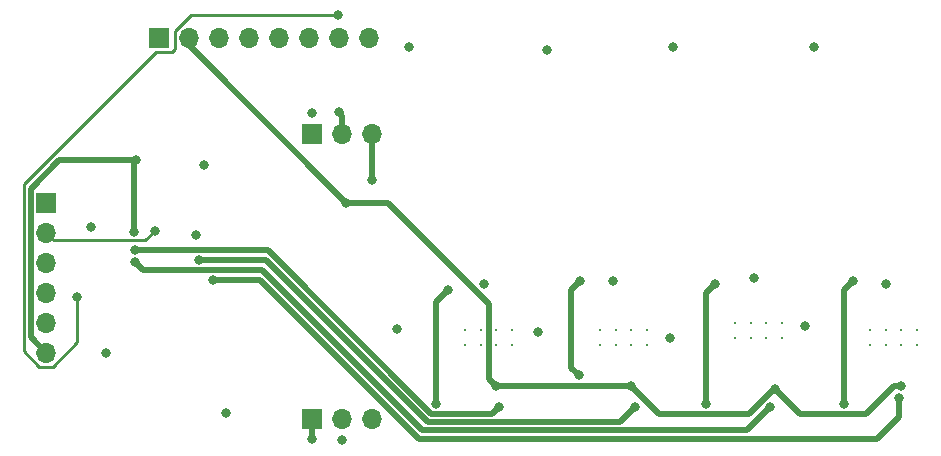
<source format=gbr>
%TF.GenerationSoftware,KiCad,Pcbnew,(5.1.6)-1*%
%TF.CreationDate,2020-09-27T21:03:48-07:00*%
%TF.ProjectId,piezodriver,7069657a-6f64-4726-9976-65722e6b6963,rev?*%
%TF.SameCoordinates,Original*%
%TF.FileFunction,Copper,L4,Bot*%
%TF.FilePolarity,Positive*%
%FSLAX46Y46*%
G04 Gerber Fmt 4.6, Leading zero omitted, Abs format (unit mm)*
G04 Created by KiCad (PCBNEW (5.1.6)-1) date 2020-09-27 21:03:48*
%MOMM*%
%LPD*%
G01*
G04 APERTURE LIST*
%TA.AperFunction,ComponentPad*%
%ADD10O,1.700000X1.700000*%
%TD*%
%TA.AperFunction,ComponentPad*%
%ADD11R,1.700000X1.700000*%
%TD*%
%TA.AperFunction,ComponentPad*%
%ADD12C,0.300000*%
%TD*%
%TA.AperFunction,ViaPad*%
%ADD13C,0.800000*%
%TD*%
%TA.AperFunction,Conductor*%
%ADD14C,0.500000*%
%TD*%
%TA.AperFunction,Conductor*%
%ADD15C,0.250000*%
%TD*%
G04 APERTURE END LIST*
D10*
%TO.P,J2,6*%
%TO.N,VCC*%
X173990000Y-81280000D03*
%TO.P,J2,5*%
%TO.N,GND*%
X173990000Y-78740000D03*
%TO.P,J2,4*%
%TO.N,Net-(J2-Pad4)*%
X173990000Y-76200000D03*
%TO.P,J2,3*%
%TO.N,Net-(J2-Pad3)*%
X173990000Y-73660000D03*
%TO.P,J2,2*%
%TO.N,Net-(J2-Pad2)*%
X173990000Y-71120000D03*
D11*
%TO.P,J2,1*%
%TO.N,Net-(J2-Pad1)*%
X173990000Y-68580000D03*
%TD*%
D12*
%TO.P,U6,17*%
%TO.N,N/C*%
X247695000Y-79360000D03*
%TO.P,U6,16*%
X247695000Y-80660000D03*
%TO.P,U6,15*%
X246395000Y-79360000D03*
%TO.P,U6,14*%
X246395000Y-80660000D03*
%TO.P,U6,13*%
X245095000Y-79360000D03*
%TO.P,U6,12*%
X245095000Y-80660000D03*
%TO.P,U6,11*%
X243795000Y-79360000D03*
%TO.P,U6,10*%
X243795000Y-80660000D03*
%TD*%
%TO.P,U5,17*%
%TO.N,N/C*%
X236265000Y-78725000D03*
%TO.P,U5,16*%
X236265000Y-80025000D03*
%TO.P,U5,15*%
X234965000Y-78725000D03*
%TO.P,U5,14*%
X234965000Y-80025000D03*
%TO.P,U5,13*%
X233665000Y-78725000D03*
%TO.P,U5,12*%
X233665000Y-80025000D03*
%TO.P,U5,11*%
X232365000Y-78725000D03*
%TO.P,U5,10*%
X232365000Y-80025000D03*
%TD*%
%TO.P,U4,17*%
%TO.N,N/C*%
X224835000Y-79360000D03*
%TO.P,U4,16*%
X224835000Y-80660000D03*
%TO.P,U4,15*%
X223535000Y-79360000D03*
%TO.P,U4,14*%
X223535000Y-80660000D03*
%TO.P,U4,13*%
X222235000Y-79360000D03*
%TO.P,U4,12*%
X222235000Y-80660000D03*
%TO.P,U4,11*%
X220935000Y-79360000D03*
%TO.P,U4,10*%
X220935000Y-80660000D03*
%TD*%
%TO.P,U3,17*%
%TO.N,N/C*%
X213405000Y-79360000D03*
%TO.P,U3,16*%
X213405000Y-80660000D03*
%TO.P,U3,15*%
X212105000Y-79360000D03*
%TO.P,U3,14*%
X212105000Y-80660000D03*
%TO.P,U3,13*%
X210805000Y-79360000D03*
%TO.P,U3,12*%
X210805000Y-80660000D03*
%TO.P,U3,11*%
X209505000Y-79360000D03*
%TO.P,U3,10*%
X209505000Y-80660000D03*
%TD*%
D10*
%TO.P,J4,8*%
%TO.N,/CH8*%
X201295000Y-54610000D03*
%TO.P,J4,7*%
%TO.N,/CH7*%
X198755000Y-54610000D03*
%TO.P,J4,6*%
%TO.N,/CH6*%
X196215000Y-54610000D03*
%TO.P,J4,5*%
%TO.N,/CH5*%
X193675000Y-54610000D03*
%TO.P,J4,4*%
%TO.N,-VDC*%
X191135000Y-54610000D03*
%TO.P,J4,3*%
%TO.N,+VDC*%
X188595000Y-54610000D03*
%TO.P,J4,2*%
%TO.N,/opampdriver/BIAS*%
X186055000Y-54610000D03*
D11*
%TO.P,J4,1*%
%TO.N,GND*%
X183515000Y-54610000D03*
%TD*%
D10*
%TO.P,J3,3*%
%TO.N,-VDC*%
X201617580Y-86847680D03*
%TO.P,J3,2*%
%TO.N,GND*%
X199077580Y-86847680D03*
D11*
%TO.P,J3,1*%
%TO.N,+VDC*%
X196537580Y-86847680D03*
%TD*%
D10*
%TO.P,J1,3*%
%TO.N,-VDC*%
X201617580Y-62717680D03*
%TO.P,J1,2*%
%TO.N,GND*%
X199077580Y-62717680D03*
D11*
%TO.P,J1,1*%
%TO.N,+VDC*%
X196537580Y-62717680D03*
%TD*%
D13*
%TO.N,VCC*%
X181610000Y-64947800D03*
X181406800Y-71043800D03*
%TO.N,Net-(C4-Pad2)*%
X207010000Y-85598000D03*
X208026000Y-75946000D03*
%TO.N,Net-(C5-Pad2)*%
X219202000Y-75184000D03*
X219075000Y-83185000D03*
%TO.N,Net-(C6-Pad2)*%
X229870000Y-85598000D03*
X230632000Y-75438000D03*
%TO.N,Net-(C7-Pad2)*%
X241554000Y-85598000D03*
X242316000Y-75184000D03*
%TO.N,-VDC*%
X201599800Y-66624200D03*
%TO.N,GND*%
X204724000Y-55372000D03*
X216408000Y-55626000D03*
X227076000Y-55372000D03*
X239014000Y-55372000D03*
X199085200Y-88696800D03*
X198794797Y-60920203D03*
X179070000Y-81280000D03*
X189230000Y-86360000D03*
X187325000Y-65405000D03*
X186695125Y-71314306D03*
X177800000Y-70612000D03*
%TO.N,+VDC*%
X203708000Y-79248000D03*
X215646000Y-79502000D03*
X211074000Y-75438000D03*
X221996000Y-75184000D03*
X226822000Y-80010000D03*
X233934000Y-74930000D03*
X238252000Y-78994000D03*
X245110000Y-75438000D03*
X196545200Y-60985400D03*
X196545200Y-88544400D03*
%TO.N,Net-(J2-Pad2)*%
X183184800Y-70993000D03*
%TO.N,/CH7*%
X176632291Y-76530891D03*
X198704200Y-52679600D03*
%TO.N,/opampdriver/SIG*%
X181533800Y-72593200D03*
X212344000Y-85852000D03*
%TO.N,/sheet5F77FFF0/SIG*%
X186969400Y-73443200D03*
X223850200Y-85898010D03*
%TO.N,/sheet5F78069E/SIG*%
X181508400Y-73609200D03*
X235280200Y-85898010D03*
%TO.N,/sheet5F780C4A/SIG*%
X188163200Y-75143201D03*
X246170642Y-85109242D03*
%TO.N,/opampdriver/BIAS*%
X235712000Y-84328000D03*
X246380000Y-84074000D03*
X223520000Y-84074000D03*
X212090000Y-84074000D03*
X199390000Y-68580000D03*
%TD*%
D14*
%TO.N,VCC*%
X172689999Y-67369999D02*
X172689999Y-79979999D01*
X175112198Y-64947800D02*
X172689999Y-67369999D01*
X172689999Y-79979999D02*
X173990000Y-81280000D01*
X181610000Y-64947800D02*
X175112198Y-64947800D01*
X181406800Y-65151000D02*
X181610000Y-64947800D01*
X181406800Y-71043800D02*
X181406800Y-65151000D01*
%TO.N,Net-(C4-Pad2)*%
X207010000Y-85598000D02*
X207010000Y-76962000D01*
X207010000Y-76962000D02*
X208026000Y-75946000D01*
%TO.N,Net-(C5-Pad2)*%
X218440000Y-75946000D02*
X219202000Y-75184000D01*
X218440000Y-82550000D02*
X218440000Y-75946000D01*
X219075000Y-83185000D02*
X218440000Y-82550000D01*
%TO.N,Net-(C6-Pad2)*%
X229870000Y-85598000D02*
X229870000Y-76200000D01*
X229870000Y-76200000D02*
X230632000Y-75438000D01*
%TO.N,Net-(C7-Pad2)*%
X241554000Y-85598000D02*
X241554000Y-75946000D01*
X241554000Y-75946000D02*
X242316000Y-75184000D01*
%TO.N,-VDC*%
X201599800Y-62735460D02*
X201617580Y-62717680D01*
X201599800Y-66624200D02*
X201599800Y-62735460D01*
%TO.N,GND*%
X199077580Y-62717680D02*
X199077580Y-61202986D01*
X199077580Y-61202986D02*
X198794797Y-60920203D01*
%TO.N,+VDC*%
X196537580Y-86847680D02*
X196537580Y-88536780D01*
X196537580Y-88536780D02*
X196545200Y-88544400D01*
D15*
%TO.N,Net-(J2-Pad2)*%
X174638801Y-71768801D02*
X173990000Y-71120000D01*
X182408999Y-71768801D02*
X174638801Y-71768801D01*
X183184800Y-70993000D02*
X182408999Y-71768801D01*
%TO.N,/CH7*%
X186246398Y-52679600D02*
X198704200Y-52679600D01*
X184625001Y-55785001D02*
X184879999Y-55530003D01*
X183289997Y-55785001D02*
X184625001Y-55785001D01*
X184879999Y-55530003D02*
X184879999Y-54045999D01*
X176632291Y-76530891D02*
X176632291Y-80376711D01*
X184879999Y-54045999D02*
X186246398Y-52679600D01*
X173425999Y-82455001D02*
X172114989Y-81143991D01*
X174554001Y-82455001D02*
X173425999Y-82455001D01*
X176632291Y-80376711D02*
X174554001Y-82455001D01*
X172114989Y-81143991D02*
X172114989Y-66960009D01*
X172114989Y-66960009D02*
X183289997Y-55785001D01*
D14*
%TO.N,/opampdriver/SIG*%
X206601999Y-86448001D02*
X207404599Y-86448001D01*
X181533800Y-72593200D02*
X192747198Y-72593200D01*
X192747198Y-72593200D02*
X206601999Y-86448001D01*
X207404599Y-86448001D02*
X211747999Y-86448001D01*
X211747999Y-86448001D02*
X212344000Y-85852000D01*
%TO.N,/sheet5F77FFF0/SIG*%
X206312046Y-87148011D02*
X222600199Y-87148011D01*
X222600199Y-87148011D02*
X223850200Y-85898010D01*
X186969400Y-73443200D02*
X192607236Y-73443200D01*
X192607236Y-73443200D02*
X206312046Y-87148011D01*
%TO.N,/sheet5F78069E/SIG*%
X182192401Y-74293201D02*
X192276201Y-74293201D01*
X181508400Y-73609200D02*
X182192401Y-74293201D01*
X233330189Y-87848021D02*
X235280200Y-85898010D01*
X192276201Y-74293201D02*
X205831021Y-87848021D01*
X205831021Y-87848021D02*
X233330189Y-87848021D01*
%TO.N,/sheet5F780C4A/SIG*%
X205541068Y-88548031D02*
X244369769Y-88548031D01*
X188163200Y-75143201D02*
X192136239Y-75143201D01*
X192136239Y-75143201D02*
X205541068Y-88548031D01*
X244369769Y-88548031D02*
X246170642Y-86747158D01*
X246170642Y-86747158D02*
X246170642Y-85109242D01*
%TO.N,/opampdriver/BIAS*%
X186055000Y-55245000D02*
X186055000Y-54610000D01*
X199390000Y-68580000D02*
X186055000Y-55245000D01*
X211504999Y-83488999D02*
X212090000Y-84074000D01*
X211504999Y-77127001D02*
X211504999Y-83488999D01*
X202957998Y-68580000D02*
X211504999Y-77127001D01*
X199390000Y-68580000D02*
X202957998Y-68580000D01*
X212090000Y-84074000D02*
X223520000Y-84074000D01*
X235592208Y-84328000D02*
X235712000Y-84328000D01*
X233472207Y-86448001D02*
X235592208Y-84328000D01*
X225894001Y-86448001D02*
X233472207Y-86448001D01*
X223520000Y-84074000D02*
X225894001Y-86448001D01*
X245814315Y-84074000D02*
X246380000Y-84074000D01*
X237832001Y-86448001D02*
X243440314Y-86448001D01*
X243440314Y-86448001D02*
X245814315Y-84074000D01*
X235712000Y-84328000D02*
X237832001Y-86448001D01*
%TD*%
M02*

</source>
